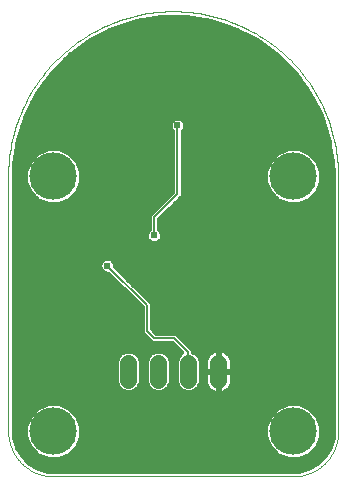
<source format=gbl>
G75*
%MOIN*%
%OFA0B0*%
%FSLAX25Y25*%
%IPPOS*%
%LPD*%
%AMOC8*
5,1,8,0,0,1.08239X$1,22.5*
%
%ADD10C,0.05543*%
%ADD11C,0.00000*%
%ADD12C,0.15811*%
%ADD13C,0.00600*%
%ADD14C,0.02400*%
%ADD15C,0.01600*%
D10*
X0046800Y0051234D02*
X0046800Y0056778D01*
X0056800Y0056778D02*
X0056800Y0051234D01*
X0066800Y0051234D02*
X0066800Y0056778D01*
X0076800Y0056778D02*
X0076800Y0051234D01*
D11*
X0101800Y0019006D02*
X0102162Y0019010D01*
X0102525Y0019024D01*
X0102887Y0019045D01*
X0103248Y0019076D01*
X0103608Y0019115D01*
X0103967Y0019163D01*
X0104325Y0019220D01*
X0104682Y0019285D01*
X0105037Y0019359D01*
X0105390Y0019442D01*
X0105741Y0019533D01*
X0106089Y0019632D01*
X0106435Y0019740D01*
X0106779Y0019856D01*
X0107119Y0019981D01*
X0107456Y0020113D01*
X0107790Y0020254D01*
X0108121Y0020403D01*
X0108448Y0020560D01*
X0108771Y0020724D01*
X0109090Y0020896D01*
X0109404Y0021076D01*
X0109715Y0021264D01*
X0110020Y0021459D01*
X0110321Y0021661D01*
X0110617Y0021871D01*
X0110907Y0022087D01*
X0111193Y0022311D01*
X0111473Y0022541D01*
X0111747Y0022778D01*
X0112015Y0023022D01*
X0112278Y0023272D01*
X0112534Y0023528D01*
X0112784Y0023791D01*
X0113028Y0024059D01*
X0113265Y0024333D01*
X0113495Y0024613D01*
X0113719Y0024899D01*
X0113935Y0025189D01*
X0114145Y0025485D01*
X0114347Y0025786D01*
X0114542Y0026091D01*
X0114730Y0026402D01*
X0114910Y0026716D01*
X0115082Y0027035D01*
X0115246Y0027358D01*
X0115403Y0027685D01*
X0115552Y0028016D01*
X0115693Y0028350D01*
X0115825Y0028687D01*
X0115950Y0029027D01*
X0116066Y0029371D01*
X0116174Y0029717D01*
X0116273Y0030065D01*
X0116364Y0030416D01*
X0116447Y0030769D01*
X0116521Y0031124D01*
X0116586Y0031481D01*
X0116643Y0031839D01*
X0116691Y0032198D01*
X0116730Y0032558D01*
X0116761Y0032919D01*
X0116782Y0033281D01*
X0116796Y0033644D01*
X0116800Y0034006D01*
X0116800Y0119006D01*
X0116784Y0120345D01*
X0116735Y0121684D01*
X0116653Y0123021D01*
X0116539Y0124355D01*
X0116393Y0125687D01*
X0116214Y0127014D01*
X0116003Y0128337D01*
X0115759Y0129654D01*
X0115484Y0130965D01*
X0115177Y0132268D01*
X0114838Y0133564D01*
X0114468Y0134851D01*
X0114067Y0136129D01*
X0113634Y0137397D01*
X0113171Y0138654D01*
X0112677Y0139899D01*
X0112153Y0141132D01*
X0111600Y0142351D01*
X0111016Y0143557D01*
X0110404Y0144748D01*
X0109763Y0145924D01*
X0109093Y0147084D01*
X0108395Y0148227D01*
X0107670Y0149353D01*
X0106917Y0150461D01*
X0106138Y0151551D01*
X0105332Y0152621D01*
X0104501Y0153671D01*
X0103644Y0154700D01*
X0102762Y0155709D01*
X0101857Y0156695D01*
X0100927Y0157659D01*
X0099974Y0158601D01*
X0098999Y0159519D01*
X0098001Y0160412D01*
X0096982Y0161282D01*
X0095942Y0162126D01*
X0094882Y0162944D01*
X0093802Y0163737D01*
X0092704Y0164503D01*
X0091586Y0165242D01*
X0090452Y0165954D01*
X0089300Y0166637D01*
X0088132Y0167293D01*
X0086948Y0167920D01*
X0085750Y0168518D01*
X0084537Y0169086D01*
X0083311Y0169625D01*
X0082072Y0170134D01*
X0080821Y0170612D01*
X0079558Y0171060D01*
X0078286Y0171477D01*
X0077003Y0171863D01*
X0075711Y0172218D01*
X0074411Y0172541D01*
X0073104Y0172832D01*
X0071790Y0173091D01*
X0070470Y0173318D01*
X0069145Y0173513D01*
X0067815Y0173676D01*
X0066482Y0173806D01*
X0065147Y0173904D01*
X0063809Y0173969D01*
X0062470Y0174002D01*
X0061130Y0174002D01*
X0059791Y0173969D01*
X0058453Y0173904D01*
X0057118Y0173806D01*
X0055785Y0173676D01*
X0054455Y0173513D01*
X0053130Y0173318D01*
X0051810Y0173091D01*
X0050496Y0172832D01*
X0049189Y0172541D01*
X0047889Y0172218D01*
X0046597Y0171863D01*
X0045314Y0171477D01*
X0044042Y0171060D01*
X0042779Y0170612D01*
X0041528Y0170134D01*
X0040289Y0169625D01*
X0039063Y0169086D01*
X0037850Y0168518D01*
X0036652Y0167920D01*
X0035468Y0167293D01*
X0034300Y0166637D01*
X0033148Y0165954D01*
X0032014Y0165242D01*
X0030896Y0164503D01*
X0029798Y0163737D01*
X0028718Y0162944D01*
X0027658Y0162126D01*
X0026618Y0161282D01*
X0025599Y0160412D01*
X0024601Y0159519D01*
X0023626Y0158601D01*
X0022673Y0157659D01*
X0021743Y0156695D01*
X0020838Y0155709D01*
X0019956Y0154700D01*
X0019099Y0153671D01*
X0018268Y0152621D01*
X0017462Y0151551D01*
X0016683Y0150461D01*
X0015930Y0149353D01*
X0015205Y0148227D01*
X0014507Y0147084D01*
X0013837Y0145924D01*
X0013196Y0144748D01*
X0012584Y0143557D01*
X0012000Y0142351D01*
X0011447Y0141132D01*
X0010923Y0139899D01*
X0010429Y0138654D01*
X0009966Y0137397D01*
X0009533Y0136129D01*
X0009132Y0134851D01*
X0008762Y0133564D01*
X0008423Y0132268D01*
X0008116Y0130965D01*
X0007841Y0129654D01*
X0007597Y0128337D01*
X0007386Y0127014D01*
X0007207Y0125687D01*
X0007061Y0124355D01*
X0006947Y0123021D01*
X0006865Y0121684D01*
X0006816Y0120345D01*
X0006800Y0119006D01*
X0006800Y0034006D01*
X0006804Y0033644D01*
X0006818Y0033281D01*
X0006839Y0032919D01*
X0006870Y0032558D01*
X0006909Y0032198D01*
X0006957Y0031839D01*
X0007014Y0031481D01*
X0007079Y0031124D01*
X0007153Y0030769D01*
X0007236Y0030416D01*
X0007327Y0030065D01*
X0007426Y0029717D01*
X0007534Y0029371D01*
X0007650Y0029027D01*
X0007775Y0028687D01*
X0007907Y0028350D01*
X0008048Y0028016D01*
X0008197Y0027685D01*
X0008354Y0027358D01*
X0008518Y0027035D01*
X0008690Y0026716D01*
X0008870Y0026402D01*
X0009058Y0026091D01*
X0009253Y0025786D01*
X0009455Y0025485D01*
X0009665Y0025189D01*
X0009881Y0024899D01*
X0010105Y0024613D01*
X0010335Y0024333D01*
X0010572Y0024059D01*
X0010816Y0023791D01*
X0011066Y0023528D01*
X0011322Y0023272D01*
X0011585Y0023022D01*
X0011853Y0022778D01*
X0012127Y0022541D01*
X0012407Y0022311D01*
X0012693Y0022087D01*
X0012983Y0021871D01*
X0013279Y0021661D01*
X0013580Y0021459D01*
X0013885Y0021264D01*
X0014196Y0021076D01*
X0014510Y0020896D01*
X0014829Y0020724D01*
X0015152Y0020560D01*
X0015479Y0020403D01*
X0015810Y0020254D01*
X0016144Y0020113D01*
X0016481Y0019981D01*
X0016821Y0019856D01*
X0017165Y0019740D01*
X0017511Y0019632D01*
X0017859Y0019533D01*
X0018210Y0019442D01*
X0018563Y0019359D01*
X0018918Y0019285D01*
X0019275Y0019220D01*
X0019633Y0019163D01*
X0019992Y0019115D01*
X0020352Y0019076D01*
X0020713Y0019045D01*
X0021075Y0019024D01*
X0021438Y0019010D01*
X0021800Y0019006D01*
X0101800Y0019006D01*
D12*
X0101800Y0034006D03*
X0101800Y0119006D03*
X0021800Y0119006D03*
X0021800Y0034006D03*
D13*
X0055400Y0065206D02*
X0053000Y0067606D01*
X0053000Y0076006D01*
X0039800Y0089206D01*
X0055400Y0099406D02*
X0055400Y0105406D01*
X0063200Y0113206D01*
X0063200Y0136006D01*
X0062000Y0065206D02*
X0055400Y0065206D01*
X0062000Y0065206D02*
X0066800Y0060406D01*
X0066800Y0054006D01*
D14*
X0039800Y0089206D03*
X0050600Y0109606D03*
X0055400Y0099406D03*
X0063200Y0136006D03*
D15*
X0011328Y0025970D02*
X0013764Y0023534D01*
X0016749Y0021811D01*
X0020077Y0020919D01*
X0021800Y0020806D01*
X0101800Y0020806D01*
X0103523Y0020919D01*
X0106851Y0021811D01*
X0109836Y0023534D01*
X0112272Y0025970D01*
X0113995Y0028954D01*
X0114887Y0032283D01*
X0115000Y0034006D01*
X0115000Y0119006D01*
X0114836Y0123180D01*
X0113530Y0131425D01*
X0110950Y0139365D01*
X0107160Y0146803D01*
X0107160Y0146803D01*
X0102254Y0153557D01*
X0102254Y0153557D01*
X0096351Y0159459D01*
X0089597Y0164366D01*
X0082159Y0168156D01*
X0074219Y0170736D01*
X0065974Y0172042D01*
X0057626Y0172042D01*
X0049381Y0170736D01*
X0041441Y0168156D01*
X0034003Y0164366D01*
X0027249Y0159459D01*
X0021346Y0153557D01*
X0016440Y0146803D01*
X0012650Y0139365D01*
X0010070Y0131425D01*
X0008764Y0123180D01*
X0008600Y0119006D01*
X0008600Y0034006D01*
X0008713Y0032283D01*
X0009605Y0028954D01*
X0011328Y0025970D01*
X0011898Y0025400D02*
X0018260Y0025400D01*
X0019949Y0024700D02*
X0016529Y0026117D01*
X0013911Y0028735D01*
X0012494Y0032155D01*
X0012494Y0035857D01*
X0013911Y0039277D01*
X0016529Y0041895D01*
X0019949Y0043311D01*
X0023651Y0043311D01*
X0027071Y0041895D01*
X0029689Y0039277D01*
X0031105Y0035857D01*
X0031105Y0032155D01*
X0029689Y0028735D01*
X0027071Y0026117D01*
X0023651Y0024700D01*
X0019949Y0024700D01*
X0016069Y0022203D02*
X0107531Y0022203D01*
X0105340Y0025400D02*
X0111702Y0025400D01*
X0112866Y0026998D02*
X0107953Y0026998D01*
X0107071Y0026117D02*
X0109689Y0028735D01*
X0111105Y0032155D01*
X0111105Y0035857D01*
X0109689Y0039277D01*
X0107071Y0041895D01*
X0103651Y0043311D01*
X0099949Y0043311D01*
X0096529Y0041895D01*
X0093911Y0039277D01*
X0092494Y0035857D01*
X0092494Y0032155D01*
X0093911Y0028735D01*
X0096529Y0026117D01*
X0099949Y0024700D01*
X0103651Y0024700D01*
X0107071Y0026117D01*
X0109551Y0028597D02*
X0113789Y0028597D01*
X0114328Y0030195D02*
X0110294Y0030195D01*
X0110956Y0031794D02*
X0114756Y0031794D01*
X0114960Y0033393D02*
X0111105Y0033393D01*
X0111105Y0034991D02*
X0115000Y0034991D01*
X0115000Y0036590D02*
X0110802Y0036590D01*
X0110140Y0038188D02*
X0115000Y0038188D01*
X0115000Y0039787D02*
X0109179Y0039787D01*
X0107581Y0041385D02*
X0115000Y0041385D01*
X0115000Y0042984D02*
X0104442Y0042984D01*
X0099158Y0042984D02*
X0024442Y0042984D01*
X0027581Y0041385D02*
X0096019Y0041385D01*
X0094421Y0039787D02*
X0029179Y0039787D01*
X0030140Y0038188D02*
X0093460Y0038188D01*
X0092798Y0036590D02*
X0030802Y0036590D01*
X0031105Y0034991D02*
X0092494Y0034991D01*
X0092494Y0033393D02*
X0031105Y0033393D01*
X0030956Y0031794D02*
X0092644Y0031794D01*
X0093306Y0030195D02*
X0030294Y0030195D01*
X0029551Y0028597D02*
X0094049Y0028597D01*
X0095647Y0026998D02*
X0027953Y0026998D01*
X0025340Y0025400D02*
X0098260Y0025400D01*
X0110103Y0023801D02*
X0013497Y0023801D01*
X0015647Y0026998D02*
X0010734Y0026998D01*
X0009811Y0028597D02*
X0014049Y0028597D01*
X0013306Y0030195D02*
X0009272Y0030195D01*
X0008844Y0031794D02*
X0012644Y0031794D01*
X0012494Y0033393D02*
X0008640Y0033393D01*
X0008600Y0034991D02*
X0012494Y0034991D01*
X0012798Y0036590D02*
X0008600Y0036590D01*
X0008600Y0038188D02*
X0013460Y0038188D01*
X0014421Y0039787D02*
X0008600Y0039787D01*
X0008600Y0041385D02*
X0016019Y0041385D01*
X0019158Y0042984D02*
X0008600Y0042984D01*
X0008600Y0044582D02*
X0115000Y0044582D01*
X0115000Y0046181D02*
X0008600Y0046181D01*
X0008600Y0047779D02*
X0044356Y0047779D01*
X0044437Y0047698D02*
X0045970Y0047063D01*
X0047630Y0047063D01*
X0049163Y0047698D01*
X0050337Y0048871D01*
X0050972Y0050404D01*
X0050972Y0057607D01*
X0050337Y0059141D01*
X0049163Y0060314D01*
X0047630Y0060949D01*
X0045970Y0060949D01*
X0044437Y0060314D01*
X0043263Y0059141D01*
X0042628Y0057607D01*
X0042628Y0050404D01*
X0043263Y0048871D01*
X0044437Y0047698D01*
X0043054Y0049378D02*
X0008600Y0049378D01*
X0008600Y0050976D02*
X0042628Y0050976D01*
X0042628Y0052575D02*
X0008600Y0052575D01*
X0008600Y0054173D02*
X0042628Y0054173D01*
X0042628Y0055772D02*
X0008600Y0055772D01*
X0008600Y0057370D02*
X0042628Y0057370D01*
X0043192Y0058969D02*
X0008600Y0058969D01*
X0008600Y0060567D02*
X0045048Y0060567D01*
X0048552Y0060567D02*
X0055048Y0060567D01*
X0054437Y0060314D02*
X0053263Y0059141D01*
X0052628Y0057607D01*
X0052628Y0050404D01*
X0053263Y0048871D01*
X0054437Y0047698D01*
X0055970Y0047063D01*
X0057630Y0047063D01*
X0059163Y0047698D01*
X0060337Y0048871D01*
X0060972Y0050404D01*
X0060972Y0057607D01*
X0060337Y0059141D01*
X0059163Y0060314D01*
X0057630Y0060949D01*
X0055970Y0060949D01*
X0054437Y0060314D01*
X0053192Y0058969D02*
X0050408Y0058969D01*
X0050972Y0057370D02*
X0052628Y0057370D01*
X0052628Y0055772D02*
X0050972Y0055772D01*
X0050972Y0054173D02*
X0052628Y0054173D01*
X0052628Y0052575D02*
X0050972Y0052575D01*
X0050972Y0050976D02*
X0052628Y0050976D01*
X0053054Y0049378D02*
X0050546Y0049378D01*
X0049244Y0047779D02*
X0054356Y0047779D01*
X0059244Y0047779D02*
X0064356Y0047779D01*
X0064437Y0047698D02*
X0065970Y0047063D01*
X0067630Y0047063D01*
X0069163Y0047698D01*
X0070337Y0048871D01*
X0070972Y0050404D01*
X0070972Y0057607D01*
X0070337Y0059141D01*
X0069163Y0060314D01*
X0068500Y0060589D01*
X0068500Y0061110D01*
X0067504Y0062106D01*
X0062704Y0066906D01*
X0056104Y0066906D01*
X0054700Y0068310D01*
X0054700Y0076710D01*
X0053704Y0077706D01*
X0042400Y0089010D01*
X0042400Y0089723D01*
X0042004Y0090679D01*
X0041273Y0091410D01*
X0040317Y0091806D01*
X0039283Y0091806D01*
X0038327Y0091410D01*
X0037596Y0090679D01*
X0037200Y0089723D01*
X0037200Y0088689D01*
X0037596Y0087733D01*
X0038327Y0087002D01*
X0039283Y0086606D01*
X0039996Y0086606D01*
X0051300Y0075302D01*
X0051300Y0066902D01*
X0053700Y0064502D01*
X0054696Y0063506D01*
X0061296Y0063506D01*
X0064473Y0060329D01*
X0064437Y0060314D01*
X0063263Y0059141D01*
X0062628Y0057607D01*
X0062628Y0050404D01*
X0063263Y0048871D01*
X0064437Y0047698D01*
X0063054Y0049378D02*
X0060546Y0049378D01*
X0060972Y0050976D02*
X0062628Y0050976D01*
X0062628Y0052575D02*
X0060972Y0052575D01*
X0060972Y0054173D02*
X0062628Y0054173D01*
X0062628Y0055772D02*
X0060972Y0055772D01*
X0060972Y0057370D02*
X0062628Y0057370D01*
X0063192Y0058969D02*
X0060408Y0058969D01*
X0058552Y0060567D02*
X0064235Y0060567D01*
X0062636Y0062166D02*
X0008600Y0062166D01*
X0008600Y0063764D02*
X0054438Y0063764D01*
X0052839Y0065363D02*
X0008600Y0065363D01*
X0008600Y0066961D02*
X0051300Y0066961D01*
X0051300Y0068560D02*
X0008600Y0068560D01*
X0008600Y0070158D02*
X0051300Y0070158D01*
X0051300Y0071757D02*
X0008600Y0071757D01*
X0008600Y0073355D02*
X0051300Y0073355D01*
X0051300Y0074954D02*
X0008600Y0074954D01*
X0008600Y0076552D02*
X0050049Y0076552D01*
X0048451Y0078151D02*
X0008600Y0078151D01*
X0008600Y0079749D02*
X0046852Y0079749D01*
X0045254Y0081348D02*
X0008600Y0081348D01*
X0008600Y0082946D02*
X0043655Y0082946D01*
X0042057Y0084545D02*
X0008600Y0084545D01*
X0008600Y0086143D02*
X0040458Y0086143D01*
X0037592Y0087742D02*
X0008600Y0087742D01*
X0008600Y0089340D02*
X0037200Y0089340D01*
X0037856Y0090939D02*
X0008600Y0090939D01*
X0008600Y0092537D02*
X0115000Y0092537D01*
X0115000Y0090939D02*
X0041744Y0090939D01*
X0042400Y0089340D02*
X0115000Y0089340D01*
X0115000Y0087742D02*
X0043668Y0087742D01*
X0045267Y0086143D02*
X0115000Y0086143D01*
X0115000Y0084545D02*
X0046865Y0084545D01*
X0048464Y0082946D02*
X0115000Y0082946D01*
X0115000Y0081348D02*
X0050062Y0081348D01*
X0051661Y0079749D02*
X0115000Y0079749D01*
X0115000Y0078151D02*
X0053259Y0078151D01*
X0054700Y0076552D02*
X0115000Y0076552D01*
X0115000Y0074954D02*
X0054700Y0074954D01*
X0054700Y0073355D02*
X0115000Y0073355D01*
X0115000Y0071757D02*
X0054700Y0071757D01*
X0054700Y0070158D02*
X0115000Y0070158D01*
X0115000Y0068560D02*
X0054700Y0068560D01*
X0056049Y0066961D02*
X0115000Y0066961D01*
X0115000Y0065363D02*
X0064247Y0065363D01*
X0065846Y0063764D02*
X0115000Y0063764D01*
X0115000Y0062166D02*
X0067444Y0062166D01*
X0068552Y0060567D02*
X0074238Y0060567D01*
X0074404Y0060688D02*
X0073822Y0060265D01*
X0073313Y0059756D01*
X0072890Y0059174D01*
X0072563Y0058532D01*
X0072341Y0057848D01*
X0072228Y0057137D01*
X0072228Y0054092D01*
X0076714Y0054092D01*
X0076714Y0061349D01*
X0076440Y0061349D01*
X0075729Y0061237D01*
X0075045Y0061014D01*
X0074404Y0060688D01*
X0076714Y0060567D02*
X0076886Y0060567D01*
X0076886Y0061349D02*
X0076886Y0054092D01*
X0076714Y0054092D01*
X0076714Y0053920D01*
X0072228Y0053920D01*
X0072228Y0050874D01*
X0072341Y0050164D01*
X0072563Y0049479D01*
X0072890Y0048838D01*
X0073313Y0048256D01*
X0073822Y0047747D01*
X0074404Y0047324D01*
X0075045Y0046998D01*
X0075729Y0046775D01*
X0076440Y0046663D01*
X0076714Y0046663D01*
X0076714Y0053920D01*
X0076886Y0053920D01*
X0076886Y0054092D01*
X0081372Y0054092D01*
X0081372Y0057137D01*
X0081259Y0057848D01*
X0081037Y0058532D01*
X0080710Y0059174D01*
X0080287Y0059756D01*
X0079778Y0060265D01*
X0079196Y0060688D01*
X0078555Y0061014D01*
X0077871Y0061237D01*
X0077160Y0061349D01*
X0076886Y0061349D01*
X0076886Y0058969D02*
X0076714Y0058969D01*
X0076714Y0057370D02*
X0076886Y0057370D01*
X0076886Y0055772D02*
X0076714Y0055772D01*
X0076714Y0054173D02*
X0076886Y0054173D01*
X0076886Y0053920D02*
X0081372Y0053920D01*
X0081372Y0050874D01*
X0081259Y0050164D01*
X0081037Y0049479D01*
X0080710Y0048838D01*
X0080287Y0048256D01*
X0079778Y0047747D01*
X0079196Y0047324D01*
X0078555Y0046998D01*
X0077871Y0046775D01*
X0077160Y0046663D01*
X0076886Y0046663D01*
X0076886Y0053920D01*
X0076886Y0052575D02*
X0076714Y0052575D01*
X0076714Y0050976D02*
X0076886Y0050976D01*
X0076886Y0049378D02*
X0076714Y0049378D01*
X0076714Y0047779D02*
X0076886Y0047779D01*
X0079810Y0047779D02*
X0115000Y0047779D01*
X0115000Y0049378D02*
X0080985Y0049378D01*
X0081372Y0050976D02*
X0115000Y0050976D01*
X0115000Y0052575D02*
X0081372Y0052575D01*
X0081372Y0054173D02*
X0115000Y0054173D01*
X0115000Y0055772D02*
X0081372Y0055772D01*
X0081335Y0057370D02*
X0115000Y0057370D01*
X0115000Y0058969D02*
X0080814Y0058969D01*
X0079362Y0060567D02*
X0115000Y0060567D01*
X0115000Y0094136D02*
X0008600Y0094136D01*
X0008600Y0095734D02*
X0115000Y0095734D01*
X0115000Y0097333D02*
X0057004Y0097333D01*
X0056873Y0097202D02*
X0057604Y0097933D01*
X0058000Y0098889D01*
X0058000Y0099923D01*
X0057604Y0100879D01*
X0057100Y0101383D01*
X0057100Y0104702D01*
X0063904Y0111506D01*
X0064900Y0112502D01*
X0064900Y0134029D01*
X0065404Y0134533D01*
X0065800Y0135489D01*
X0065800Y0136523D01*
X0065404Y0137479D01*
X0064673Y0138210D01*
X0063717Y0138606D01*
X0062683Y0138606D01*
X0061727Y0138210D01*
X0060996Y0137479D01*
X0060600Y0136523D01*
X0060600Y0135489D01*
X0060996Y0134533D01*
X0061500Y0134029D01*
X0061500Y0113910D01*
X0053700Y0106110D01*
X0053700Y0101383D01*
X0053196Y0100879D01*
X0052800Y0099923D01*
X0052800Y0098889D01*
X0053196Y0097933D01*
X0053927Y0097202D01*
X0054883Y0096806D01*
X0055917Y0096806D01*
X0056873Y0097202D01*
X0058000Y0098931D02*
X0115000Y0098931D01*
X0115000Y0100530D02*
X0057749Y0100530D01*
X0057100Y0102128D02*
X0115000Y0102128D01*
X0115000Y0103727D02*
X0057100Y0103727D01*
X0057724Y0105326D02*
X0115000Y0105326D01*
X0115000Y0106924D02*
X0059322Y0106924D01*
X0057711Y0110121D02*
X0024667Y0110121D01*
X0023651Y0109700D02*
X0027071Y0111117D01*
X0029689Y0113735D01*
X0031105Y0117155D01*
X0031105Y0120857D01*
X0029689Y0124277D01*
X0027071Y0126895D01*
X0023651Y0128311D01*
X0019949Y0128311D01*
X0016529Y0126895D01*
X0013911Y0124277D01*
X0012494Y0120857D01*
X0012494Y0117155D01*
X0013911Y0113735D01*
X0016529Y0111117D01*
X0019949Y0109700D01*
X0023651Y0109700D01*
X0027674Y0111720D02*
X0059309Y0111720D01*
X0060908Y0113318D02*
X0029272Y0113318D01*
X0030178Y0114917D02*
X0061500Y0114917D01*
X0061500Y0116515D02*
X0030840Y0116515D01*
X0031105Y0118114D02*
X0061500Y0118114D01*
X0061500Y0119712D02*
X0031105Y0119712D01*
X0030918Y0121311D02*
X0061500Y0121311D01*
X0061500Y0122909D02*
X0030255Y0122909D01*
X0029458Y0124508D02*
X0061500Y0124508D01*
X0061500Y0126106D02*
X0027860Y0126106D01*
X0025116Y0127705D02*
X0061500Y0127705D01*
X0061500Y0129303D02*
X0009734Y0129303D01*
X0009481Y0127705D02*
X0018484Y0127705D01*
X0015740Y0126106D02*
X0009227Y0126106D01*
X0008974Y0124508D02*
X0014142Y0124508D01*
X0013345Y0122909D02*
X0008753Y0122909D01*
X0008691Y0121311D02*
X0012682Y0121311D01*
X0012494Y0119712D02*
X0008628Y0119712D01*
X0008600Y0118114D02*
X0012494Y0118114D01*
X0012759Y0116515D02*
X0008600Y0116515D01*
X0008600Y0114917D02*
X0013422Y0114917D01*
X0014328Y0113318D02*
X0008600Y0113318D01*
X0008600Y0111720D02*
X0015926Y0111720D01*
X0018933Y0110121D02*
X0008600Y0110121D01*
X0008600Y0108523D02*
X0056112Y0108523D01*
X0054514Y0106924D02*
X0008600Y0106924D01*
X0008600Y0105326D02*
X0053700Y0105326D01*
X0053700Y0103727D02*
X0008600Y0103727D01*
X0008600Y0102128D02*
X0053700Y0102128D01*
X0053051Y0100530D02*
X0008600Y0100530D01*
X0008600Y0098931D02*
X0052800Y0098931D01*
X0053796Y0097333D02*
X0008600Y0097333D01*
X0009987Y0130902D02*
X0061500Y0130902D01*
X0061500Y0132500D02*
X0010419Y0132500D01*
X0010939Y0134099D02*
X0061430Y0134099D01*
X0060600Y0135697D02*
X0011458Y0135697D01*
X0011977Y0137296D02*
X0060920Y0137296D01*
X0065480Y0137296D02*
X0111623Y0137296D01*
X0111103Y0138894D02*
X0012497Y0138894D01*
X0013224Y0140493D02*
X0110376Y0140493D01*
X0109561Y0142091D02*
X0014039Y0142091D01*
X0014853Y0143690D02*
X0108747Y0143690D01*
X0107932Y0145288D02*
X0015668Y0145288D01*
X0016501Y0146887D02*
X0107099Y0146887D01*
X0105938Y0148485D02*
X0017662Y0148485D01*
X0018823Y0150084D02*
X0104777Y0150084D01*
X0103615Y0151682D02*
X0019985Y0151682D01*
X0021146Y0153281D02*
X0102454Y0153281D01*
X0100931Y0154879D02*
X0022669Y0154879D01*
X0024268Y0156478D02*
X0099332Y0156478D01*
X0097734Y0158076D02*
X0025866Y0158076D01*
X0027546Y0159675D02*
X0096054Y0159675D01*
X0093854Y0161273D02*
X0029746Y0161273D01*
X0031946Y0162872D02*
X0091654Y0162872D01*
X0089393Y0164470D02*
X0034207Y0164470D01*
X0037345Y0166069D02*
X0086255Y0166069D01*
X0083118Y0167667D02*
X0040482Y0167667D01*
X0044856Y0169266D02*
X0078744Y0169266D01*
X0073408Y0170864D02*
X0050192Y0170864D01*
X0065800Y0135697D02*
X0112142Y0135697D01*
X0112661Y0134099D02*
X0064970Y0134099D01*
X0064900Y0132500D02*
X0113181Y0132500D01*
X0113613Y0130902D02*
X0064900Y0130902D01*
X0064900Y0129303D02*
X0113866Y0129303D01*
X0114119Y0127705D02*
X0105116Y0127705D01*
X0103651Y0128311D02*
X0107071Y0126895D01*
X0109689Y0124277D01*
X0111105Y0120857D01*
X0111105Y0117155D01*
X0109689Y0113735D01*
X0107071Y0111117D01*
X0103651Y0109700D01*
X0099949Y0109700D01*
X0096529Y0111117D01*
X0093911Y0113735D01*
X0092494Y0117155D01*
X0092494Y0120857D01*
X0093911Y0124277D01*
X0096529Y0126895D01*
X0099949Y0128311D01*
X0103651Y0128311D01*
X0107860Y0126106D02*
X0114373Y0126106D01*
X0114626Y0124508D02*
X0109458Y0124508D01*
X0110255Y0122909D02*
X0114847Y0122909D01*
X0114909Y0121311D02*
X0110918Y0121311D01*
X0111105Y0119712D02*
X0114972Y0119712D01*
X0115000Y0118114D02*
X0111105Y0118114D01*
X0110840Y0116515D02*
X0115000Y0116515D01*
X0115000Y0114917D02*
X0110178Y0114917D01*
X0109272Y0113318D02*
X0115000Y0113318D01*
X0115000Y0111720D02*
X0107674Y0111720D01*
X0104667Y0110121D02*
X0115000Y0110121D01*
X0115000Y0108523D02*
X0060921Y0108523D01*
X0062519Y0110121D02*
X0098933Y0110121D01*
X0095926Y0111720D02*
X0064118Y0111720D01*
X0064900Y0113318D02*
X0094328Y0113318D01*
X0093422Y0114917D02*
X0064900Y0114917D01*
X0064900Y0116515D02*
X0092759Y0116515D01*
X0092494Y0118114D02*
X0064900Y0118114D01*
X0064900Y0119712D02*
X0092494Y0119712D01*
X0092682Y0121311D02*
X0064900Y0121311D01*
X0064900Y0122909D02*
X0093345Y0122909D01*
X0094142Y0124508D02*
X0064900Y0124508D01*
X0064900Y0126106D02*
X0095740Y0126106D01*
X0098484Y0127705D02*
X0064900Y0127705D01*
X0070408Y0058969D02*
X0072786Y0058969D01*
X0072265Y0057370D02*
X0070972Y0057370D01*
X0070972Y0055772D02*
X0072228Y0055772D01*
X0072228Y0054173D02*
X0070972Y0054173D01*
X0070972Y0052575D02*
X0072228Y0052575D01*
X0072228Y0050976D02*
X0070972Y0050976D01*
X0070546Y0049378D02*
X0072615Y0049378D01*
X0073790Y0047779D02*
X0069244Y0047779D01*
M02*

</source>
